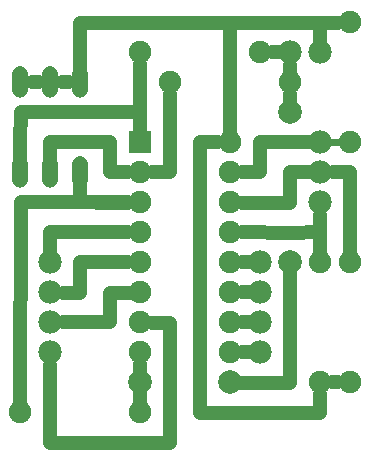
<source format=gbl>
G04 MADE WITH FRITZING*
G04 WWW.FRITZING.ORG*
G04 DOUBLE SIDED*
G04 HOLES PLATED*
G04 CONTOUR ON CENTER OF CONTOUR VECTOR*
%ASAXBY*%
%FSLAX23Y23*%
%MOIN*%
%OFA0B0*%
%SFA1.0B1.0*%
%ADD10C,0.075000*%
%ADD11C,0.078000*%
%ADD12C,0.052000*%
%ADD13C,0.078740*%
%ADD14R,0.075000X0.075000*%
%ADD15C,0.048000*%
%ADD16C,0.024000*%
%ADD17R,0.001000X0.001000*%
%LNCOPPER0*%
G90*
G70*
G54D10*
X1034Y1191D03*
X1034Y691D03*
X534Y291D03*
X834Y291D03*
G54D11*
X1134Y891D03*
X1134Y991D03*
X1134Y1091D03*
X934Y391D03*
X934Y491D03*
X934Y591D03*
X934Y691D03*
X234Y391D03*
X234Y491D03*
X234Y591D03*
X234Y691D03*
G54D10*
X1234Y1091D03*
X1234Y1491D03*
X1234Y691D03*
X1234Y291D03*
X1134Y691D03*
X1134Y291D03*
G54D12*
X134Y991D03*
X234Y991D03*
X234Y1291D03*
X134Y1291D03*
X234Y991D03*
X334Y991D03*
X334Y1291D03*
X234Y1291D03*
G54D10*
X534Y1391D03*
X934Y1391D03*
X634Y1291D03*
X1034Y1291D03*
X134Y191D03*
X534Y191D03*
G54D11*
X1034Y1391D03*
X1134Y1391D03*
G54D13*
X834Y291D03*
X534Y291D03*
X1034Y1191D03*
X1034Y691D03*
G54D10*
X534Y1091D03*
X834Y1091D03*
X534Y991D03*
X834Y991D03*
X534Y891D03*
X834Y891D03*
X534Y791D03*
X834Y791D03*
X534Y691D03*
X834Y691D03*
X534Y591D03*
X834Y591D03*
X534Y491D03*
X834Y491D03*
X534Y391D03*
X834Y391D03*
G54D14*
X534Y1091D03*
G54D15*
X533Y292D02*
X534Y351D01*
D02*
X534Y230D02*
X533Y292D01*
D02*
X434Y991D02*
X495Y991D01*
D02*
X434Y1091D02*
X434Y991D01*
D02*
X233Y1091D02*
X434Y1091D01*
D02*
X234Y1029D02*
X233Y1091D01*
D02*
X635Y991D02*
X574Y991D01*
D02*
X634Y1251D02*
X635Y991D01*
D02*
X1135Y1489D02*
X1135Y1432D01*
D02*
X1195Y1490D02*
X1135Y1489D01*
D02*
X893Y591D02*
X874Y591D01*
D02*
X1035Y290D02*
X1034Y653D01*
D02*
X872Y290D02*
X1035Y290D01*
D02*
X834Y1489D02*
X1135Y1489D01*
D02*
X1135Y1489D02*
X1135Y1432D01*
D02*
X834Y1130D02*
X834Y1489D01*
D02*
X333Y891D02*
X434Y890D01*
D02*
X434Y890D02*
X495Y890D01*
D02*
X334Y952D02*
X333Y891D01*
D02*
X1034Y1251D02*
X1034Y1228D01*
G54D16*
D02*
X1164Y1091D02*
X1206Y1091D01*
D02*
X207Y1291D02*
X161Y1291D01*
G54D15*
D02*
X296Y1291D02*
X273Y1291D01*
D02*
X134Y1029D02*
X134Y1091D01*
D02*
X134Y1091D02*
X136Y1191D01*
D02*
X136Y1191D02*
X534Y1191D01*
D02*
X534Y1191D02*
X534Y1130D01*
D02*
X634Y89D02*
X434Y89D01*
D02*
X434Y89D02*
X233Y89D01*
D02*
X634Y490D02*
X634Y89D01*
D02*
X233Y89D02*
X234Y349D01*
D02*
X574Y490D02*
X634Y490D01*
D02*
X136Y891D02*
X134Y230D01*
D02*
X495Y891D02*
X136Y891D01*
D02*
X1235Y991D02*
X1234Y730D01*
D02*
X1176Y991D02*
X1235Y991D01*
D02*
X834Y1130D02*
X834Y1489D01*
D02*
X834Y1489D02*
X333Y1489D01*
D02*
X333Y1489D02*
X334Y1329D01*
D02*
X333Y691D02*
X333Y590D01*
D02*
X333Y590D02*
X276Y590D01*
D02*
X495Y691D02*
X333Y691D01*
D02*
X874Y890D02*
X1035Y890D01*
D02*
X1035Y890D02*
X1035Y991D01*
D02*
X1035Y991D02*
X1093Y991D01*
D02*
X893Y391D02*
X874Y391D01*
D02*
X1135Y251D02*
X1135Y190D01*
D02*
X1135Y190D02*
X734Y190D01*
D02*
X734Y190D02*
X734Y1091D01*
D02*
X734Y1091D02*
X795Y1091D01*
D02*
X874Y791D02*
X1035Y790D01*
D02*
X1035Y790D02*
X1135Y791D01*
D02*
X1135Y791D02*
X1135Y730D01*
D02*
X935Y991D02*
X874Y991D01*
D02*
X935Y1091D02*
X935Y991D01*
D02*
X1093Y1091D02*
X935Y1091D01*
D02*
X495Y791D02*
X233Y791D01*
D02*
X233Y791D02*
X234Y732D01*
D02*
X1034Y1330D02*
X1034Y1349D01*
D02*
X993Y1391D02*
X974Y1391D01*
D02*
X893Y491D02*
X874Y491D01*
D02*
X893Y691D02*
X874Y691D01*
D02*
X534Y1351D02*
X534Y1130D01*
D02*
X196Y1291D02*
X173Y1291D01*
D02*
X1134Y730D02*
X1134Y790D01*
D02*
X1134Y790D02*
X1134Y849D01*
D02*
X1174Y291D02*
X1195Y291D01*
D02*
X435Y491D02*
X276Y491D01*
D02*
X434Y589D02*
X435Y491D01*
D02*
X511Y590D02*
X434Y589D01*
G54D17*
X129Y1343D02*
X139Y1343D01*
X229Y1343D02*
X239Y1343D01*
X329Y1343D02*
X339Y1343D01*
X125Y1342D02*
X142Y1342D01*
X225Y1342D02*
X242Y1342D01*
X325Y1342D02*
X342Y1342D01*
X123Y1341D02*
X144Y1341D01*
X223Y1341D02*
X244Y1341D01*
X323Y1341D02*
X344Y1341D01*
X121Y1340D02*
X146Y1340D01*
X221Y1340D02*
X246Y1340D01*
X321Y1340D02*
X346Y1340D01*
X120Y1339D02*
X148Y1339D01*
X220Y1339D02*
X248Y1339D01*
X320Y1339D02*
X348Y1339D01*
X118Y1338D02*
X149Y1338D01*
X218Y1338D02*
X249Y1338D01*
X318Y1338D02*
X349Y1338D01*
X117Y1337D02*
X150Y1337D01*
X217Y1337D02*
X250Y1337D01*
X317Y1337D02*
X350Y1337D01*
X116Y1336D02*
X152Y1336D01*
X216Y1336D02*
X252Y1336D01*
X316Y1336D02*
X352Y1336D01*
X115Y1335D02*
X152Y1335D01*
X215Y1335D02*
X252Y1335D01*
X315Y1335D02*
X352Y1335D01*
X114Y1334D02*
X153Y1334D01*
X214Y1334D02*
X253Y1334D01*
X314Y1334D02*
X353Y1334D01*
X113Y1333D02*
X154Y1333D01*
X213Y1333D02*
X254Y1333D01*
X313Y1333D02*
X354Y1333D01*
X113Y1332D02*
X155Y1332D01*
X213Y1332D02*
X255Y1332D01*
X313Y1332D02*
X355Y1332D01*
X112Y1331D02*
X155Y1331D01*
X212Y1331D02*
X255Y1331D01*
X312Y1331D02*
X355Y1331D01*
X112Y1330D02*
X156Y1330D01*
X212Y1330D02*
X256Y1330D01*
X312Y1330D02*
X356Y1330D01*
X111Y1329D02*
X157Y1329D01*
X211Y1329D02*
X257Y1329D01*
X311Y1329D02*
X356Y1329D01*
X110Y1328D02*
X157Y1328D01*
X210Y1328D02*
X257Y1328D01*
X310Y1328D02*
X357Y1328D01*
X110Y1327D02*
X157Y1327D01*
X210Y1327D02*
X257Y1327D01*
X310Y1327D02*
X357Y1327D01*
X110Y1326D02*
X158Y1326D01*
X210Y1326D02*
X258Y1326D01*
X310Y1326D02*
X358Y1326D01*
X109Y1325D02*
X158Y1325D01*
X209Y1325D02*
X258Y1325D01*
X309Y1325D02*
X358Y1325D01*
X109Y1324D02*
X158Y1324D01*
X209Y1324D02*
X258Y1324D01*
X309Y1324D02*
X358Y1324D01*
X109Y1323D02*
X159Y1323D01*
X209Y1323D02*
X259Y1323D01*
X309Y1323D02*
X359Y1323D01*
X109Y1322D02*
X159Y1322D01*
X209Y1322D02*
X259Y1322D01*
X309Y1322D02*
X359Y1322D01*
X109Y1321D02*
X159Y1321D01*
X209Y1321D02*
X259Y1321D01*
X309Y1321D02*
X359Y1321D01*
X108Y1320D02*
X159Y1320D01*
X208Y1320D02*
X259Y1320D01*
X308Y1320D02*
X359Y1320D01*
X108Y1319D02*
X159Y1319D01*
X208Y1319D02*
X259Y1319D01*
X308Y1319D02*
X359Y1319D01*
X108Y1318D02*
X159Y1318D01*
X208Y1318D02*
X259Y1318D01*
X308Y1318D02*
X359Y1318D01*
X108Y1317D02*
X159Y1317D01*
X208Y1317D02*
X259Y1317D01*
X308Y1317D02*
X359Y1317D01*
X108Y1316D02*
X159Y1316D01*
X208Y1316D02*
X259Y1316D01*
X308Y1316D02*
X359Y1316D01*
X108Y1315D02*
X159Y1315D01*
X208Y1315D02*
X259Y1315D01*
X308Y1315D02*
X359Y1315D01*
X108Y1314D02*
X159Y1314D01*
X208Y1314D02*
X259Y1314D01*
X308Y1314D02*
X359Y1314D01*
X108Y1313D02*
X159Y1313D01*
X208Y1313D02*
X259Y1313D01*
X308Y1313D02*
X359Y1313D01*
X108Y1312D02*
X159Y1312D01*
X208Y1312D02*
X259Y1312D01*
X308Y1312D02*
X359Y1312D01*
X108Y1311D02*
X159Y1311D01*
X208Y1311D02*
X259Y1311D01*
X308Y1311D02*
X359Y1311D01*
X108Y1310D02*
X159Y1310D01*
X208Y1310D02*
X259Y1310D01*
X308Y1310D02*
X359Y1310D01*
X108Y1309D02*
X159Y1309D01*
X208Y1309D02*
X259Y1309D01*
X308Y1309D02*
X359Y1309D01*
X108Y1308D02*
X159Y1308D01*
X208Y1308D02*
X259Y1308D01*
X308Y1308D02*
X359Y1308D01*
X108Y1307D02*
X129Y1307D01*
X138Y1307D02*
X159Y1307D01*
X208Y1307D02*
X229Y1307D01*
X238Y1307D02*
X259Y1307D01*
X308Y1307D02*
X329Y1307D01*
X338Y1307D02*
X359Y1307D01*
X108Y1306D02*
X126Y1306D01*
X141Y1306D02*
X159Y1306D01*
X208Y1306D02*
X226Y1306D01*
X241Y1306D02*
X259Y1306D01*
X308Y1306D02*
X326Y1306D01*
X341Y1306D02*
X359Y1306D01*
X108Y1305D02*
X125Y1305D01*
X143Y1305D02*
X159Y1305D01*
X208Y1305D02*
X225Y1305D01*
X243Y1305D02*
X259Y1305D01*
X308Y1305D02*
X325Y1305D01*
X343Y1305D02*
X359Y1305D01*
X108Y1304D02*
X123Y1304D01*
X144Y1304D02*
X159Y1304D01*
X208Y1304D02*
X223Y1304D01*
X244Y1304D02*
X259Y1304D01*
X308Y1304D02*
X323Y1304D01*
X344Y1304D02*
X359Y1304D01*
X108Y1303D02*
X122Y1303D01*
X145Y1303D02*
X159Y1303D01*
X208Y1303D02*
X222Y1303D01*
X245Y1303D02*
X259Y1303D01*
X308Y1303D02*
X322Y1303D01*
X345Y1303D02*
X359Y1303D01*
X108Y1302D02*
X121Y1302D01*
X146Y1302D02*
X159Y1302D01*
X208Y1302D02*
X221Y1302D01*
X246Y1302D02*
X259Y1302D01*
X308Y1302D02*
X321Y1302D01*
X346Y1302D02*
X359Y1302D01*
X108Y1301D02*
X120Y1301D01*
X147Y1301D02*
X159Y1301D01*
X208Y1301D02*
X220Y1301D01*
X247Y1301D02*
X259Y1301D01*
X308Y1301D02*
X320Y1301D01*
X347Y1301D02*
X359Y1301D01*
X108Y1300D02*
X120Y1300D01*
X148Y1300D02*
X159Y1300D01*
X208Y1300D02*
X220Y1300D01*
X248Y1300D02*
X259Y1300D01*
X308Y1300D02*
X320Y1300D01*
X348Y1300D02*
X359Y1300D01*
X108Y1299D02*
X119Y1299D01*
X148Y1299D02*
X159Y1299D01*
X208Y1299D02*
X219Y1299D01*
X248Y1299D02*
X259Y1299D01*
X308Y1299D02*
X319Y1299D01*
X348Y1299D02*
X359Y1299D01*
X108Y1298D02*
X119Y1298D01*
X149Y1298D02*
X159Y1298D01*
X208Y1298D02*
X219Y1298D01*
X249Y1298D02*
X259Y1298D01*
X308Y1298D02*
X319Y1298D01*
X349Y1298D02*
X359Y1298D01*
X108Y1297D02*
X118Y1297D01*
X149Y1297D02*
X159Y1297D01*
X208Y1297D02*
X218Y1297D01*
X249Y1297D02*
X259Y1297D01*
X308Y1297D02*
X318Y1297D01*
X349Y1297D02*
X359Y1297D01*
X108Y1296D02*
X118Y1296D01*
X150Y1296D02*
X159Y1296D01*
X208Y1296D02*
X218Y1296D01*
X250Y1296D02*
X259Y1296D01*
X308Y1296D02*
X318Y1296D01*
X350Y1296D02*
X359Y1296D01*
X108Y1295D02*
X118Y1295D01*
X150Y1295D02*
X159Y1295D01*
X208Y1295D02*
X218Y1295D01*
X250Y1295D02*
X259Y1295D01*
X308Y1295D02*
X318Y1295D01*
X350Y1295D02*
X359Y1295D01*
X108Y1294D02*
X118Y1294D01*
X150Y1294D02*
X159Y1294D01*
X208Y1294D02*
X218Y1294D01*
X250Y1294D02*
X259Y1294D01*
X308Y1294D02*
X317Y1294D01*
X350Y1294D02*
X359Y1294D01*
X108Y1293D02*
X117Y1293D01*
X150Y1293D02*
X159Y1293D01*
X208Y1293D02*
X217Y1293D01*
X250Y1293D02*
X259Y1293D01*
X308Y1293D02*
X317Y1293D01*
X350Y1293D02*
X359Y1293D01*
X108Y1292D02*
X117Y1292D01*
X150Y1292D02*
X159Y1292D01*
X208Y1292D02*
X217Y1292D01*
X250Y1292D02*
X259Y1292D01*
X308Y1292D02*
X317Y1292D01*
X350Y1292D02*
X359Y1292D01*
X108Y1291D02*
X117Y1291D01*
X150Y1291D02*
X159Y1291D01*
X208Y1291D02*
X217Y1291D01*
X250Y1291D02*
X259Y1291D01*
X308Y1291D02*
X317Y1291D01*
X350Y1291D02*
X359Y1291D01*
X108Y1290D02*
X117Y1290D01*
X150Y1290D02*
X159Y1290D01*
X208Y1290D02*
X217Y1290D01*
X250Y1290D02*
X259Y1290D01*
X308Y1290D02*
X317Y1290D01*
X350Y1290D02*
X359Y1290D01*
X108Y1289D02*
X118Y1289D01*
X150Y1289D02*
X159Y1289D01*
X208Y1289D02*
X218Y1289D01*
X250Y1289D02*
X259Y1289D01*
X308Y1289D02*
X318Y1289D01*
X350Y1289D02*
X359Y1289D01*
X108Y1288D02*
X118Y1288D01*
X150Y1288D02*
X159Y1288D01*
X208Y1288D02*
X218Y1288D01*
X250Y1288D02*
X259Y1288D01*
X308Y1288D02*
X318Y1288D01*
X350Y1288D02*
X359Y1288D01*
X108Y1287D02*
X118Y1287D01*
X150Y1287D02*
X159Y1287D01*
X208Y1287D02*
X218Y1287D01*
X250Y1287D02*
X259Y1287D01*
X308Y1287D02*
X318Y1287D01*
X349Y1287D02*
X359Y1287D01*
X108Y1286D02*
X118Y1286D01*
X149Y1286D02*
X159Y1286D01*
X208Y1286D02*
X218Y1286D01*
X249Y1286D02*
X259Y1286D01*
X308Y1286D02*
X318Y1286D01*
X349Y1286D02*
X359Y1286D01*
X108Y1285D02*
X119Y1285D01*
X149Y1285D02*
X159Y1285D01*
X208Y1285D02*
X219Y1285D01*
X249Y1285D02*
X259Y1285D01*
X308Y1285D02*
X319Y1285D01*
X349Y1285D02*
X359Y1285D01*
X108Y1284D02*
X119Y1284D01*
X148Y1284D02*
X159Y1284D01*
X208Y1284D02*
X219Y1284D01*
X248Y1284D02*
X259Y1284D01*
X308Y1284D02*
X319Y1284D01*
X348Y1284D02*
X359Y1284D01*
X108Y1283D02*
X120Y1283D01*
X148Y1283D02*
X159Y1283D01*
X208Y1283D02*
X220Y1283D01*
X248Y1283D02*
X259Y1283D01*
X308Y1283D02*
X320Y1283D01*
X348Y1283D02*
X359Y1283D01*
X108Y1282D02*
X121Y1282D01*
X147Y1282D02*
X159Y1282D01*
X208Y1282D02*
X221Y1282D01*
X247Y1282D02*
X259Y1282D01*
X308Y1282D02*
X321Y1282D01*
X347Y1282D02*
X359Y1282D01*
X108Y1281D02*
X121Y1281D01*
X146Y1281D02*
X159Y1281D01*
X208Y1281D02*
X221Y1281D01*
X246Y1281D02*
X259Y1281D01*
X308Y1281D02*
X321Y1281D01*
X346Y1281D02*
X359Y1281D01*
X108Y1280D02*
X122Y1280D01*
X145Y1280D02*
X159Y1280D01*
X208Y1280D02*
X222Y1280D01*
X245Y1280D02*
X259Y1280D01*
X308Y1280D02*
X322Y1280D01*
X345Y1280D02*
X359Y1280D01*
X108Y1279D02*
X124Y1279D01*
X144Y1279D02*
X159Y1279D01*
X208Y1279D02*
X223Y1279D01*
X244Y1279D02*
X259Y1279D01*
X308Y1279D02*
X323Y1279D01*
X344Y1279D02*
X359Y1279D01*
X108Y1278D02*
X125Y1278D01*
X143Y1278D02*
X159Y1278D01*
X208Y1278D02*
X225Y1278D01*
X243Y1278D02*
X259Y1278D01*
X308Y1278D02*
X325Y1278D01*
X343Y1278D02*
X359Y1278D01*
X108Y1277D02*
X127Y1277D01*
X141Y1277D02*
X159Y1277D01*
X208Y1277D02*
X227Y1277D01*
X241Y1277D02*
X259Y1277D01*
X308Y1277D02*
X327Y1277D01*
X341Y1277D02*
X359Y1277D01*
X108Y1276D02*
X130Y1276D01*
X138Y1276D02*
X159Y1276D01*
X208Y1276D02*
X230Y1276D01*
X238Y1276D02*
X259Y1276D01*
X308Y1276D02*
X330Y1276D01*
X338Y1276D02*
X359Y1276D01*
X108Y1275D02*
X159Y1275D01*
X208Y1275D02*
X259Y1275D01*
X308Y1275D02*
X359Y1275D01*
X108Y1274D02*
X159Y1274D01*
X208Y1274D02*
X259Y1274D01*
X308Y1274D02*
X359Y1274D01*
X108Y1273D02*
X159Y1273D01*
X208Y1273D02*
X259Y1273D01*
X308Y1273D02*
X359Y1273D01*
X108Y1272D02*
X159Y1272D01*
X208Y1272D02*
X259Y1272D01*
X308Y1272D02*
X359Y1272D01*
X108Y1271D02*
X159Y1271D01*
X208Y1271D02*
X259Y1271D01*
X308Y1271D02*
X359Y1271D01*
X108Y1270D02*
X159Y1270D01*
X208Y1270D02*
X259Y1270D01*
X308Y1270D02*
X359Y1270D01*
X108Y1269D02*
X159Y1269D01*
X208Y1269D02*
X259Y1269D01*
X308Y1269D02*
X359Y1269D01*
X108Y1268D02*
X159Y1268D01*
X208Y1268D02*
X259Y1268D01*
X308Y1268D02*
X359Y1268D01*
X108Y1267D02*
X159Y1267D01*
X208Y1267D02*
X259Y1267D01*
X308Y1267D02*
X359Y1267D01*
X108Y1266D02*
X159Y1266D01*
X208Y1266D02*
X259Y1266D01*
X308Y1266D02*
X359Y1266D01*
X108Y1265D02*
X159Y1265D01*
X208Y1265D02*
X259Y1265D01*
X308Y1265D02*
X359Y1265D01*
X108Y1264D02*
X159Y1264D01*
X208Y1264D02*
X259Y1264D01*
X308Y1264D02*
X359Y1264D01*
X108Y1263D02*
X159Y1263D01*
X208Y1263D02*
X259Y1263D01*
X308Y1263D02*
X359Y1263D01*
X109Y1262D02*
X159Y1262D01*
X209Y1262D02*
X259Y1262D01*
X309Y1262D02*
X359Y1262D01*
X109Y1261D02*
X159Y1261D01*
X209Y1261D02*
X259Y1261D01*
X309Y1261D02*
X359Y1261D01*
X109Y1260D02*
X159Y1260D01*
X209Y1260D02*
X259Y1260D01*
X309Y1260D02*
X359Y1260D01*
X109Y1259D02*
X158Y1259D01*
X209Y1259D02*
X258Y1259D01*
X309Y1259D02*
X358Y1259D01*
X109Y1258D02*
X158Y1258D01*
X209Y1258D02*
X258Y1258D01*
X309Y1258D02*
X358Y1258D01*
X110Y1257D02*
X158Y1257D01*
X210Y1257D02*
X258Y1257D01*
X310Y1257D02*
X358Y1257D01*
X110Y1256D02*
X157Y1256D01*
X210Y1256D02*
X257Y1256D01*
X310Y1256D02*
X357Y1256D01*
X111Y1255D02*
X157Y1255D01*
X211Y1255D02*
X257Y1255D01*
X311Y1255D02*
X357Y1255D01*
X111Y1254D02*
X156Y1254D01*
X211Y1254D02*
X256Y1254D01*
X311Y1254D02*
X356Y1254D01*
X112Y1253D02*
X156Y1253D01*
X212Y1253D02*
X256Y1253D01*
X312Y1253D02*
X356Y1253D01*
X112Y1252D02*
X155Y1252D01*
X212Y1252D02*
X255Y1252D01*
X312Y1252D02*
X355Y1252D01*
X113Y1251D02*
X155Y1251D01*
X213Y1251D02*
X255Y1251D01*
X313Y1251D02*
X355Y1251D01*
X114Y1250D02*
X154Y1250D01*
X214Y1250D02*
X254Y1250D01*
X314Y1250D02*
X354Y1250D01*
X114Y1249D02*
X153Y1249D01*
X214Y1249D02*
X253Y1249D01*
X314Y1249D02*
X353Y1249D01*
X115Y1248D02*
X152Y1248D01*
X215Y1248D02*
X252Y1248D01*
X315Y1248D02*
X352Y1248D01*
X116Y1247D02*
X151Y1247D01*
X216Y1247D02*
X251Y1247D01*
X316Y1247D02*
X351Y1247D01*
X117Y1246D02*
X150Y1246D01*
X217Y1246D02*
X250Y1246D01*
X317Y1246D02*
X350Y1246D01*
X119Y1245D02*
X149Y1245D01*
X219Y1245D02*
X249Y1245D01*
X319Y1245D02*
X349Y1245D01*
X120Y1244D02*
X148Y1244D01*
X220Y1244D02*
X248Y1244D01*
X320Y1244D02*
X348Y1244D01*
X122Y1243D02*
X146Y1243D01*
X222Y1243D02*
X246Y1243D01*
X322Y1243D02*
X346Y1243D01*
X124Y1242D02*
X144Y1242D01*
X223Y1242D02*
X244Y1242D01*
X323Y1242D02*
X344Y1242D01*
X126Y1241D02*
X142Y1241D01*
X226Y1241D02*
X242Y1241D01*
X326Y1241D02*
X342Y1241D01*
X130Y1240D02*
X138Y1240D01*
X230Y1240D02*
X238Y1240D01*
X330Y1240D02*
X338Y1240D01*
X128Y1043D02*
X139Y1043D01*
X228Y1043D02*
X239Y1043D01*
X328Y1043D02*
X339Y1043D01*
X125Y1042D02*
X142Y1042D01*
X225Y1042D02*
X242Y1042D01*
X325Y1042D02*
X342Y1042D01*
X123Y1041D02*
X145Y1041D01*
X223Y1041D02*
X245Y1041D01*
X323Y1041D02*
X345Y1041D01*
X121Y1040D02*
X146Y1040D01*
X221Y1040D02*
X246Y1040D01*
X321Y1040D02*
X346Y1040D01*
X119Y1039D02*
X148Y1039D01*
X219Y1039D02*
X248Y1039D01*
X319Y1039D02*
X348Y1039D01*
X118Y1038D02*
X149Y1038D01*
X218Y1038D02*
X249Y1038D01*
X318Y1038D02*
X349Y1038D01*
X117Y1037D02*
X151Y1037D01*
X217Y1037D02*
X250Y1037D01*
X317Y1037D02*
X350Y1037D01*
X116Y1036D02*
X152Y1036D01*
X216Y1036D02*
X252Y1036D01*
X316Y1036D02*
X352Y1036D01*
X115Y1035D02*
X153Y1035D01*
X215Y1035D02*
X253Y1035D01*
X315Y1035D02*
X352Y1035D01*
X114Y1034D02*
X153Y1034D01*
X214Y1034D02*
X253Y1034D01*
X314Y1034D02*
X353Y1034D01*
X113Y1033D02*
X154Y1033D01*
X213Y1033D02*
X254Y1033D01*
X313Y1033D02*
X354Y1033D01*
X113Y1032D02*
X155Y1032D01*
X213Y1032D02*
X255Y1032D01*
X313Y1032D02*
X355Y1032D01*
X112Y1031D02*
X155Y1031D01*
X212Y1031D02*
X255Y1031D01*
X312Y1031D02*
X355Y1031D01*
X112Y1030D02*
X156Y1030D01*
X212Y1030D02*
X256Y1030D01*
X311Y1030D02*
X356Y1030D01*
X111Y1029D02*
X157Y1029D01*
X211Y1029D02*
X257Y1029D01*
X311Y1029D02*
X357Y1029D01*
X110Y1028D02*
X157Y1028D01*
X210Y1028D02*
X257Y1028D01*
X310Y1028D02*
X357Y1028D01*
X110Y1027D02*
X158Y1027D01*
X210Y1027D02*
X258Y1027D01*
X310Y1027D02*
X357Y1027D01*
X110Y1026D02*
X158Y1026D01*
X210Y1026D02*
X258Y1026D01*
X310Y1026D02*
X358Y1026D01*
X109Y1025D02*
X158Y1025D01*
X209Y1025D02*
X258Y1025D01*
X309Y1025D02*
X358Y1025D01*
X109Y1024D02*
X158Y1024D01*
X209Y1024D02*
X258Y1024D01*
X309Y1024D02*
X358Y1024D01*
X109Y1023D02*
X159Y1023D01*
X209Y1023D02*
X259Y1023D01*
X309Y1023D02*
X359Y1023D01*
X109Y1022D02*
X159Y1022D01*
X209Y1022D02*
X259Y1022D01*
X309Y1022D02*
X359Y1022D01*
X109Y1021D02*
X159Y1021D01*
X209Y1021D02*
X259Y1021D01*
X308Y1021D02*
X359Y1021D01*
X108Y1020D02*
X159Y1020D01*
X208Y1020D02*
X259Y1020D01*
X308Y1020D02*
X359Y1020D01*
X108Y1019D02*
X159Y1019D01*
X208Y1019D02*
X259Y1019D01*
X308Y1019D02*
X359Y1019D01*
X108Y1018D02*
X159Y1018D01*
X208Y1018D02*
X259Y1018D01*
X308Y1018D02*
X359Y1018D01*
X108Y1017D02*
X159Y1017D01*
X208Y1017D02*
X259Y1017D01*
X308Y1017D02*
X359Y1017D01*
X108Y1016D02*
X159Y1016D01*
X208Y1016D02*
X259Y1016D01*
X308Y1016D02*
X359Y1016D01*
X108Y1015D02*
X159Y1015D01*
X208Y1015D02*
X259Y1015D01*
X308Y1015D02*
X359Y1015D01*
X108Y1014D02*
X159Y1014D01*
X208Y1014D02*
X259Y1014D01*
X308Y1014D02*
X359Y1014D01*
X108Y1013D02*
X159Y1013D01*
X208Y1013D02*
X259Y1013D01*
X308Y1013D02*
X359Y1013D01*
X108Y1012D02*
X159Y1012D01*
X208Y1012D02*
X259Y1012D01*
X308Y1012D02*
X359Y1012D01*
X108Y1011D02*
X159Y1011D01*
X208Y1011D02*
X259Y1011D01*
X308Y1011D02*
X359Y1011D01*
X108Y1010D02*
X159Y1010D01*
X208Y1010D02*
X259Y1010D01*
X308Y1010D02*
X359Y1010D01*
X108Y1009D02*
X159Y1009D01*
X208Y1009D02*
X259Y1009D01*
X308Y1009D02*
X359Y1009D01*
X108Y1008D02*
X159Y1008D01*
X208Y1008D02*
X259Y1008D01*
X308Y1008D02*
X359Y1008D01*
X108Y1007D02*
X129Y1007D01*
X139Y1007D02*
X159Y1007D01*
X208Y1007D02*
X229Y1007D01*
X239Y1007D02*
X259Y1007D01*
X308Y1007D02*
X329Y1007D01*
X339Y1007D02*
X359Y1007D01*
X108Y1006D02*
X126Y1006D01*
X141Y1006D02*
X159Y1006D01*
X208Y1006D02*
X226Y1006D01*
X241Y1006D02*
X259Y1006D01*
X308Y1006D02*
X326Y1006D01*
X341Y1006D02*
X359Y1006D01*
X108Y1005D02*
X124Y1005D01*
X143Y1005D02*
X159Y1005D01*
X208Y1005D02*
X224Y1005D01*
X243Y1005D02*
X259Y1005D01*
X308Y1005D02*
X324Y1005D01*
X343Y1005D02*
X359Y1005D01*
X108Y1004D02*
X123Y1004D01*
X144Y1004D02*
X159Y1004D01*
X208Y1004D02*
X223Y1004D01*
X244Y1004D02*
X259Y1004D01*
X308Y1004D02*
X323Y1004D01*
X344Y1004D02*
X359Y1004D01*
X108Y1003D02*
X122Y1003D01*
X146Y1003D02*
X159Y1003D01*
X208Y1003D02*
X222Y1003D01*
X246Y1003D02*
X259Y1003D01*
X308Y1003D02*
X322Y1003D01*
X346Y1003D02*
X359Y1003D01*
X108Y1002D02*
X121Y1002D01*
X146Y1002D02*
X159Y1002D01*
X208Y1002D02*
X221Y1002D01*
X246Y1002D02*
X259Y1002D01*
X308Y1002D02*
X321Y1002D01*
X346Y1002D02*
X359Y1002D01*
X108Y1001D02*
X120Y1001D01*
X147Y1001D02*
X159Y1001D01*
X208Y1001D02*
X220Y1001D01*
X247Y1001D02*
X259Y1001D01*
X308Y1001D02*
X320Y1001D01*
X347Y1001D02*
X359Y1001D01*
X108Y1000D02*
X120Y1000D01*
X148Y1000D02*
X159Y1000D01*
X208Y1000D02*
X220Y1000D01*
X248Y1000D02*
X259Y1000D01*
X308Y1000D02*
X320Y1000D01*
X348Y1000D02*
X359Y1000D01*
X108Y999D02*
X119Y999D01*
X148Y999D02*
X159Y999D01*
X208Y999D02*
X219Y999D01*
X248Y999D02*
X259Y999D01*
X308Y999D02*
X319Y999D01*
X348Y999D02*
X359Y999D01*
X108Y998D02*
X119Y998D01*
X149Y998D02*
X159Y998D01*
X208Y998D02*
X219Y998D01*
X249Y998D02*
X259Y998D01*
X308Y998D02*
X319Y998D01*
X349Y998D02*
X359Y998D01*
X108Y997D02*
X118Y997D01*
X149Y997D02*
X159Y997D01*
X208Y997D02*
X218Y997D01*
X249Y997D02*
X259Y997D01*
X308Y997D02*
X318Y997D01*
X349Y997D02*
X359Y997D01*
X108Y996D02*
X118Y996D01*
X150Y996D02*
X159Y996D01*
X208Y996D02*
X218Y996D01*
X250Y996D02*
X259Y996D01*
X308Y996D02*
X318Y996D01*
X350Y996D02*
X359Y996D01*
X108Y995D02*
X118Y995D01*
X150Y995D02*
X159Y995D01*
X208Y995D02*
X218Y995D01*
X250Y995D02*
X259Y995D01*
X308Y995D02*
X318Y995D01*
X350Y995D02*
X359Y995D01*
X108Y994D02*
X118Y994D01*
X150Y994D02*
X159Y994D01*
X208Y994D02*
X218Y994D01*
X250Y994D02*
X259Y994D01*
X308Y994D02*
X317Y994D01*
X350Y994D02*
X359Y994D01*
X108Y993D02*
X117Y993D01*
X150Y993D02*
X159Y993D01*
X208Y993D02*
X217Y993D01*
X250Y993D02*
X259Y993D01*
X308Y993D02*
X317Y993D01*
X350Y993D02*
X359Y993D01*
X108Y992D02*
X117Y992D01*
X150Y992D02*
X159Y992D01*
X208Y992D02*
X217Y992D01*
X250Y992D02*
X259Y992D01*
X308Y992D02*
X317Y992D01*
X350Y992D02*
X359Y992D01*
X108Y991D02*
X117Y991D01*
X150Y991D02*
X159Y991D01*
X208Y991D02*
X217Y991D01*
X250Y991D02*
X259Y991D01*
X308Y991D02*
X317Y991D01*
X350Y991D02*
X359Y991D01*
X108Y990D02*
X117Y990D01*
X150Y990D02*
X159Y990D01*
X208Y990D02*
X217Y990D01*
X250Y990D02*
X259Y990D01*
X308Y990D02*
X317Y990D01*
X350Y990D02*
X359Y990D01*
X108Y989D02*
X118Y989D01*
X150Y989D02*
X159Y989D01*
X208Y989D02*
X218Y989D01*
X250Y989D02*
X259Y989D01*
X308Y989D02*
X318Y989D01*
X350Y989D02*
X359Y989D01*
X108Y988D02*
X118Y988D01*
X150Y988D02*
X159Y988D01*
X208Y988D02*
X218Y988D01*
X250Y988D02*
X259Y988D01*
X308Y988D02*
X318Y988D01*
X350Y988D02*
X359Y988D01*
X108Y987D02*
X118Y987D01*
X150Y987D02*
X159Y987D01*
X208Y987D02*
X218Y987D01*
X249Y987D02*
X259Y987D01*
X308Y987D02*
X318Y987D01*
X349Y987D02*
X359Y987D01*
X108Y986D02*
X118Y986D01*
X149Y986D02*
X159Y986D01*
X208Y986D02*
X218Y986D01*
X249Y986D02*
X259Y986D01*
X308Y986D02*
X318Y986D01*
X349Y986D02*
X359Y986D01*
X108Y985D02*
X119Y985D01*
X149Y985D02*
X159Y985D01*
X208Y985D02*
X219Y985D01*
X249Y985D02*
X259Y985D01*
X308Y985D02*
X319Y985D01*
X349Y985D02*
X359Y985D01*
X108Y984D02*
X119Y984D01*
X148Y984D02*
X159Y984D01*
X208Y984D02*
X219Y984D01*
X248Y984D02*
X259Y984D01*
X308Y984D02*
X319Y984D01*
X348Y984D02*
X359Y984D01*
X108Y983D02*
X120Y983D01*
X148Y983D02*
X159Y983D01*
X208Y983D02*
X220Y983D01*
X248Y983D02*
X259Y983D01*
X308Y983D02*
X320Y983D01*
X348Y983D02*
X359Y983D01*
X108Y982D02*
X121Y982D01*
X147Y982D02*
X159Y982D01*
X208Y982D02*
X221Y982D01*
X247Y982D02*
X259Y982D01*
X308Y982D02*
X321Y982D01*
X347Y982D02*
X359Y982D01*
X108Y981D02*
X121Y981D01*
X146Y981D02*
X159Y981D01*
X208Y981D02*
X221Y981D01*
X246Y981D02*
X259Y981D01*
X308Y981D02*
X321Y981D01*
X346Y981D02*
X359Y981D01*
X108Y980D02*
X122Y980D01*
X145Y980D02*
X159Y980D01*
X208Y980D02*
X222Y980D01*
X245Y980D02*
X259Y980D01*
X308Y980D02*
X322Y980D01*
X345Y980D02*
X359Y980D01*
X108Y979D02*
X124Y979D01*
X144Y979D02*
X159Y979D01*
X208Y979D02*
X224Y979D01*
X244Y979D02*
X259Y979D01*
X308Y979D02*
X324Y979D01*
X344Y979D02*
X359Y979D01*
X108Y978D02*
X125Y978D01*
X142Y978D02*
X159Y978D01*
X208Y978D02*
X225Y978D01*
X242Y978D02*
X259Y978D01*
X308Y978D02*
X325Y978D01*
X342Y978D02*
X359Y978D01*
X108Y977D02*
X127Y977D01*
X141Y977D02*
X159Y977D01*
X208Y977D02*
X227Y977D01*
X241Y977D02*
X259Y977D01*
X308Y977D02*
X327Y977D01*
X341Y977D02*
X359Y977D01*
X108Y976D02*
X130Y976D01*
X137Y976D02*
X159Y976D01*
X208Y976D02*
X230Y976D01*
X237Y976D02*
X259Y976D01*
X308Y976D02*
X330Y976D01*
X337Y976D02*
X359Y976D01*
X108Y975D02*
X159Y975D01*
X208Y975D02*
X259Y975D01*
X308Y975D02*
X359Y975D01*
X108Y974D02*
X159Y974D01*
X208Y974D02*
X259Y974D01*
X308Y974D02*
X359Y974D01*
X108Y973D02*
X159Y973D01*
X208Y973D02*
X259Y973D01*
X308Y973D02*
X359Y973D01*
X108Y972D02*
X159Y972D01*
X208Y972D02*
X259Y972D01*
X308Y972D02*
X359Y972D01*
X108Y971D02*
X159Y971D01*
X208Y971D02*
X259Y971D01*
X308Y971D02*
X359Y971D01*
X108Y970D02*
X159Y970D01*
X208Y970D02*
X259Y970D01*
X308Y970D02*
X359Y970D01*
X108Y969D02*
X159Y969D01*
X208Y969D02*
X259Y969D01*
X308Y969D02*
X359Y969D01*
X108Y968D02*
X159Y968D01*
X208Y968D02*
X259Y968D01*
X308Y968D02*
X359Y968D01*
X108Y967D02*
X159Y967D01*
X208Y967D02*
X259Y967D01*
X308Y967D02*
X359Y967D01*
X108Y966D02*
X159Y966D01*
X208Y966D02*
X259Y966D01*
X308Y966D02*
X359Y966D01*
X108Y965D02*
X159Y965D01*
X208Y965D02*
X259Y965D01*
X308Y965D02*
X359Y965D01*
X108Y964D02*
X159Y964D01*
X208Y964D02*
X259Y964D01*
X308Y964D02*
X359Y964D01*
X108Y963D02*
X159Y963D01*
X208Y963D02*
X259Y963D01*
X308Y963D02*
X359Y963D01*
X109Y962D02*
X159Y962D01*
X209Y962D02*
X259Y962D01*
X309Y962D02*
X359Y962D01*
X109Y961D02*
X159Y961D01*
X209Y961D02*
X259Y961D01*
X309Y961D02*
X359Y961D01*
X109Y960D02*
X159Y960D01*
X209Y960D02*
X259Y960D01*
X309Y960D02*
X359Y960D01*
X109Y959D02*
X158Y959D01*
X209Y959D02*
X258Y959D01*
X309Y959D02*
X358Y959D01*
X109Y958D02*
X158Y958D01*
X209Y958D02*
X258Y958D01*
X309Y958D02*
X358Y958D01*
X110Y957D02*
X158Y957D01*
X210Y957D02*
X258Y957D01*
X310Y957D02*
X358Y957D01*
X110Y956D02*
X157Y956D01*
X210Y956D02*
X257Y956D01*
X310Y956D02*
X357Y956D01*
X111Y955D02*
X157Y955D01*
X211Y955D02*
X257Y955D01*
X311Y955D02*
X357Y955D01*
X111Y954D02*
X156Y954D01*
X211Y954D02*
X256Y954D01*
X311Y954D02*
X356Y954D01*
X112Y953D02*
X156Y953D01*
X212Y953D02*
X256Y953D01*
X312Y953D02*
X356Y953D01*
X112Y952D02*
X155Y952D01*
X212Y952D02*
X255Y952D01*
X312Y952D02*
X355Y952D01*
X113Y951D02*
X155Y951D01*
X213Y951D02*
X255Y951D01*
X313Y951D02*
X355Y951D01*
X114Y950D02*
X154Y950D01*
X214Y950D02*
X254Y950D01*
X314Y950D02*
X354Y950D01*
X115Y949D02*
X153Y949D01*
X214Y949D02*
X253Y949D01*
X314Y949D02*
X353Y949D01*
X115Y948D02*
X152Y948D01*
X215Y948D02*
X252Y948D01*
X315Y948D02*
X352Y948D01*
X116Y947D02*
X151Y947D01*
X216Y947D02*
X251Y947D01*
X316Y947D02*
X351Y947D01*
X117Y946D02*
X150Y946D01*
X217Y946D02*
X250Y946D01*
X317Y946D02*
X350Y946D01*
X119Y945D02*
X149Y945D01*
X219Y945D02*
X249Y945D01*
X319Y945D02*
X349Y945D01*
X120Y944D02*
X148Y944D01*
X220Y944D02*
X248Y944D01*
X320Y944D02*
X348Y944D01*
X122Y943D02*
X146Y943D01*
X222Y943D02*
X246Y943D01*
X322Y943D02*
X346Y943D01*
X124Y942D02*
X144Y942D01*
X224Y942D02*
X244Y942D01*
X324Y942D02*
X344Y942D01*
X126Y941D02*
X141Y941D01*
X226Y941D02*
X241Y941D01*
X326Y941D02*
X341Y941D01*
X131Y940D02*
X137Y940D01*
X231Y940D02*
X237Y940D01*
X330Y940D02*
X337Y940D01*
D02*
G04 End of Copper0*
M02*
</source>
